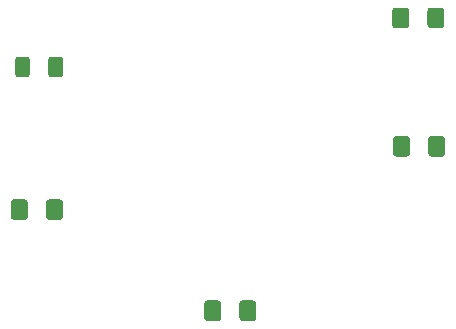
<source format=gbr>
%TF.GenerationSoftware,KiCad,Pcbnew,(5.1.10)-1*%
%TF.CreationDate,2021-12-13T18:42:30+00:00*%
%TF.ProjectId,isascsi,69736173-6373-4692-9e6b-696361645f70,rev?*%
%TF.SameCoordinates,Original*%
%TF.FileFunction,Paste,Bot*%
%TF.FilePolarity,Positive*%
%FSLAX46Y46*%
G04 Gerber Fmt 4.6, Leading zero omitted, Abs format (unit mm)*
G04 Created by KiCad (PCBNEW (5.1.10)-1) date 2021-12-13 18:42:30*
%MOMM*%
%LPD*%
G01*
G04 APERTURE LIST*
G04 APERTURE END LIST*
%TO.C,C6*%
G36*
G01*
X125889000Y-88518800D02*
X125889000Y-89768800D01*
G75*
G02*
X125639000Y-90018800I-250000J0D01*
G01*
X124714000Y-90018800D01*
G75*
G02*
X124464000Y-89768800I0J250000D01*
G01*
X124464000Y-88518800D01*
G75*
G02*
X124714000Y-88268800I250000J0D01*
G01*
X125639000Y-88268800D01*
G75*
G02*
X125889000Y-88518800I0J-250000D01*
G01*
G37*
G36*
G01*
X128864000Y-88518800D02*
X128864000Y-89768800D01*
G75*
G02*
X128614000Y-90018800I-250000J0D01*
G01*
X127689000Y-90018800D01*
G75*
G02*
X127439000Y-89768800I0J250000D01*
G01*
X127439000Y-88518800D01*
G75*
G02*
X127689000Y-88268800I250000J0D01*
G01*
X128614000Y-88268800D01*
G75*
G02*
X128864000Y-88518800I0J-250000D01*
G01*
G37*
%TD*%
%TO.C,C3*%
G36*
G01*
X159737000Y-73538200D02*
X159737000Y-72288200D01*
G75*
G02*
X159987000Y-72038200I250000J0D01*
G01*
X160912000Y-72038200D01*
G75*
G02*
X161162000Y-72288200I0J-250000D01*
G01*
X161162000Y-73538200D01*
G75*
G02*
X160912000Y-73788200I-250000J0D01*
G01*
X159987000Y-73788200D01*
G75*
G02*
X159737000Y-73538200I0J250000D01*
G01*
G37*
G36*
G01*
X156762000Y-73538200D02*
X156762000Y-72288200D01*
G75*
G02*
X157012000Y-72038200I250000J0D01*
G01*
X157937000Y-72038200D01*
G75*
G02*
X158187000Y-72288200I0J-250000D01*
G01*
X158187000Y-73538200D01*
G75*
G02*
X157937000Y-73788200I-250000J0D01*
G01*
X157012000Y-73788200D01*
G75*
G02*
X156762000Y-73538200I0J250000D01*
G01*
G37*
%TD*%
%TO.C,C5*%
G36*
G01*
X143818000Y-98333700D02*
X143818000Y-97083700D01*
G75*
G02*
X144068000Y-96833700I250000J0D01*
G01*
X144993000Y-96833700D01*
G75*
G02*
X145243000Y-97083700I0J-250000D01*
G01*
X145243000Y-98333700D01*
G75*
G02*
X144993000Y-98583700I-250000J0D01*
G01*
X144068000Y-98583700D01*
G75*
G02*
X143818000Y-98333700I0J250000D01*
G01*
G37*
G36*
G01*
X140843000Y-98333700D02*
X140843000Y-97083700D01*
G75*
G02*
X141093000Y-96833700I250000J0D01*
G01*
X142018000Y-96833700D01*
G75*
G02*
X142268000Y-97083700I0J-250000D01*
G01*
X142268000Y-98333700D01*
G75*
G02*
X142018000Y-98583700I-250000J0D01*
G01*
X141093000Y-98583700D01*
G75*
G02*
X140843000Y-98333700I0J250000D01*
G01*
G37*
%TD*%
%TO.C,C2*%
G36*
G01*
X159804000Y-84409400D02*
X159804000Y-83159400D01*
G75*
G02*
X160054000Y-82909400I250000J0D01*
G01*
X160979000Y-82909400D01*
G75*
G02*
X161229000Y-83159400I0J-250000D01*
G01*
X161229000Y-84409400D01*
G75*
G02*
X160979000Y-84659400I-250000J0D01*
G01*
X160054000Y-84659400D01*
G75*
G02*
X159804000Y-84409400I0J250000D01*
G01*
G37*
G36*
G01*
X156829000Y-84409400D02*
X156829000Y-83159400D01*
G75*
G02*
X157079000Y-82909400I250000J0D01*
G01*
X158004000Y-82909400D01*
G75*
G02*
X158254000Y-83159400I0J-250000D01*
G01*
X158254000Y-84409400D01*
G75*
G02*
X158004000Y-84659400I-250000J0D01*
G01*
X157079000Y-84659400D01*
G75*
G02*
X156829000Y-84409400I0J250000D01*
G01*
G37*
%TD*%
%TO.C,R1*%
G36*
G01*
X126080000Y-76438600D02*
X126080000Y-77688600D01*
G75*
G02*
X125830000Y-77938600I-250000J0D01*
G01*
X125080000Y-77938600D01*
G75*
G02*
X124830000Y-77688600I0J250000D01*
G01*
X124830000Y-76438600D01*
G75*
G02*
X125080000Y-76188600I250000J0D01*
G01*
X125830000Y-76188600D01*
G75*
G02*
X126080000Y-76438600I0J-250000D01*
G01*
G37*
G36*
G01*
X128880000Y-76438600D02*
X128880000Y-77688600D01*
G75*
G02*
X128630000Y-77938600I-250000J0D01*
G01*
X127880000Y-77938600D01*
G75*
G02*
X127630000Y-77688600I0J250000D01*
G01*
X127630000Y-76438600D01*
G75*
G02*
X127880000Y-76188600I250000J0D01*
G01*
X128630000Y-76188600D01*
G75*
G02*
X128880000Y-76438600I0J-250000D01*
G01*
G37*
%TD*%
M02*

</source>
